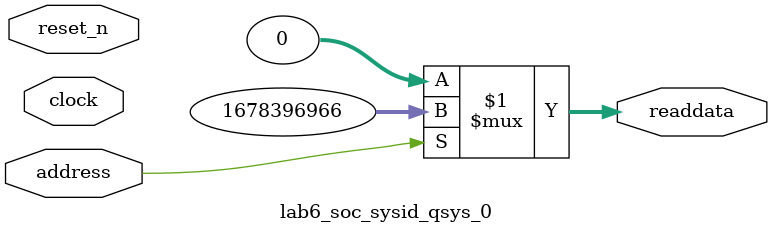
<source format=v>



// synthesis translate_off
`timescale 1ns / 1ps
// synthesis translate_on

// turn off superfluous verilog processor warnings 
// altera message_level Level1 
// altera message_off 10034 10035 10036 10037 10230 10240 10030 

module lab6_soc_sysid_qsys_0 (
               // inputs:
                address,
                clock,
                reset_n,

               // outputs:
                readdata
             )
;

  output  [ 31: 0] readdata;
  input            address;
  input            clock;
  input            reset_n;

  wire    [ 31: 0] readdata;
  //control_slave, which is an e_avalon_slave
  assign readdata = address ? 1678396966 : 0;

endmodule



</source>
